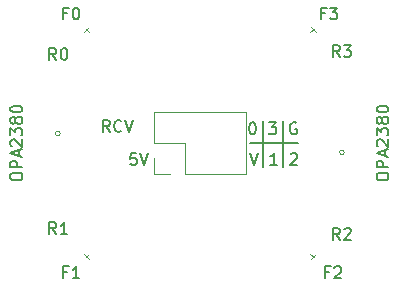
<source format=gbr>
%TF.GenerationSoftware,KiCad,Pcbnew,(6.0.7)*%
%TF.CreationDate,2022-10-08T17:42:11+02:00*%
%TF.ProjectId,Helios_PCB_receiver,48656c69-6f73-45f5-9043-425f72656365,rev?*%
%TF.SameCoordinates,Original*%
%TF.FileFunction,Legend,Top*%
%TF.FilePolarity,Positive*%
%FSLAX46Y46*%
G04 Gerber Fmt 4.6, Leading zero omitted, Abs format (unit mm)*
G04 Created by KiCad (PCBNEW (6.0.7)) date 2022-10-08 17:42:11*
%MOMM*%
%LPD*%
G01*
G04 APERTURE LIST*
%ADD10C,0.150000*%
%ADD11C,0.120000*%
G04 APERTURE END LIST*
D10*
X170300000Y-98100000D02*
X170300000Y-102000000D01*
X169200000Y-100000000D02*
X173300000Y-100000000D01*
X172000000Y-98100000D02*
X172000000Y-102000000D01*
X169252380Y-100852380D02*
X169585714Y-101852380D01*
X169919047Y-100852380D01*
X171538095Y-101852380D02*
X170966666Y-101852380D01*
X171252380Y-101852380D02*
X171252380Y-100852380D01*
X171157142Y-100995238D01*
X171061904Y-101090476D01*
X170966666Y-101138095D01*
X172680952Y-100947619D02*
X172728571Y-100900000D01*
X172823809Y-100852380D01*
X173061904Y-100852380D01*
X173157142Y-100900000D01*
X173204761Y-100947619D01*
X173252380Y-101042857D01*
X173252380Y-101138095D01*
X173204761Y-101280952D01*
X172633333Y-101852380D01*
X173252380Y-101852380D01*
X157354880Y-99052380D02*
X157021547Y-98576190D01*
X156783452Y-99052380D02*
X156783452Y-98052380D01*
X157164404Y-98052380D01*
X157259642Y-98100000D01*
X157307261Y-98147619D01*
X157354880Y-98242857D01*
X157354880Y-98385714D01*
X157307261Y-98480952D01*
X157259642Y-98528571D01*
X157164404Y-98576190D01*
X156783452Y-98576190D01*
X158354880Y-98957142D02*
X158307261Y-99004761D01*
X158164404Y-99052380D01*
X158069166Y-99052380D01*
X157926309Y-99004761D01*
X157831071Y-98909523D01*
X157783452Y-98814285D01*
X157735833Y-98623809D01*
X157735833Y-98480952D01*
X157783452Y-98290476D01*
X157831071Y-98195238D01*
X157926309Y-98100000D01*
X158069166Y-98052380D01*
X158164404Y-98052380D01*
X158307261Y-98100000D01*
X158354880Y-98147619D01*
X158640595Y-98052380D02*
X158973928Y-99052380D01*
X159307261Y-98052380D01*
X169414285Y-98252380D02*
X169509523Y-98252380D01*
X169604761Y-98300000D01*
X169652380Y-98347619D01*
X169700000Y-98442857D01*
X169747619Y-98633333D01*
X169747619Y-98871428D01*
X169700000Y-99061904D01*
X169652380Y-99157142D01*
X169604761Y-99204761D01*
X169509523Y-99252380D01*
X169414285Y-99252380D01*
X169319047Y-99204761D01*
X169271428Y-99157142D01*
X169223809Y-99061904D01*
X169176190Y-98871428D01*
X169176190Y-98633333D01*
X169223809Y-98442857D01*
X169271428Y-98347619D01*
X169319047Y-98300000D01*
X169414285Y-98252380D01*
X170842857Y-98252380D02*
X171461904Y-98252380D01*
X171128571Y-98633333D01*
X171271428Y-98633333D01*
X171366666Y-98680952D01*
X171414285Y-98728571D01*
X171461904Y-98823809D01*
X171461904Y-99061904D01*
X171414285Y-99157142D01*
X171366666Y-99204761D01*
X171271428Y-99252380D01*
X170985714Y-99252380D01*
X170890476Y-99204761D01*
X170842857Y-99157142D01*
X173176190Y-98300000D02*
X173080952Y-98252380D01*
X172938095Y-98252380D01*
X172795238Y-98300000D01*
X172700000Y-98395238D01*
X172652380Y-98490476D01*
X172604761Y-98680952D01*
X172604761Y-98823809D01*
X172652380Y-99014285D01*
X172700000Y-99109523D01*
X172795238Y-99204761D01*
X172938095Y-99252380D01*
X173033333Y-99252380D01*
X173176190Y-99204761D01*
X173223809Y-99157142D01*
X173223809Y-98823809D01*
X173033333Y-98823809D01*
X159609523Y-100852380D02*
X159133333Y-100852380D01*
X159085714Y-101328571D01*
X159133333Y-101280952D01*
X159228571Y-101233333D01*
X159466666Y-101233333D01*
X159561904Y-101280952D01*
X159609523Y-101328571D01*
X159657142Y-101423809D01*
X159657142Y-101661904D01*
X159609523Y-101757142D01*
X159561904Y-101804761D01*
X159466666Y-101852380D01*
X159228571Y-101852380D01*
X159133333Y-101804761D01*
X159085714Y-101757142D01*
X159942857Y-100852380D02*
X160276190Y-101852380D01*
X160609523Y-100852380D01*
%TO.C,U1*%
X179952380Y-102928571D02*
X179952380Y-102738095D01*
X180000000Y-102642857D01*
X180095238Y-102547619D01*
X180285714Y-102500000D01*
X180619047Y-102500000D01*
X180809523Y-102547619D01*
X180904761Y-102642857D01*
X180952380Y-102738095D01*
X180952380Y-102928571D01*
X180904761Y-103023809D01*
X180809523Y-103119047D01*
X180619047Y-103166666D01*
X180285714Y-103166666D01*
X180095238Y-103119047D01*
X180000000Y-103023809D01*
X179952380Y-102928571D01*
X180952380Y-102071428D02*
X179952380Y-102071428D01*
X179952380Y-101690476D01*
X180000000Y-101595238D01*
X180047619Y-101547619D01*
X180142857Y-101500000D01*
X180285714Y-101500000D01*
X180380952Y-101547619D01*
X180428571Y-101595238D01*
X180476190Y-101690476D01*
X180476190Y-102071428D01*
X180666666Y-101119047D02*
X180666666Y-100642857D01*
X180952380Y-101214285D02*
X179952380Y-100880952D01*
X180952380Y-100547619D01*
X180047619Y-100261904D02*
X180000000Y-100214285D01*
X179952380Y-100119047D01*
X179952380Y-99880952D01*
X180000000Y-99785714D01*
X180047619Y-99738095D01*
X180142857Y-99690476D01*
X180238095Y-99690476D01*
X180380952Y-99738095D01*
X180952380Y-100309523D01*
X180952380Y-99690476D01*
X179952380Y-99357142D02*
X179952380Y-98738095D01*
X180333333Y-99071428D01*
X180333333Y-98928571D01*
X180380952Y-98833333D01*
X180428571Y-98785714D01*
X180523809Y-98738095D01*
X180761904Y-98738095D01*
X180857142Y-98785714D01*
X180904761Y-98833333D01*
X180952380Y-98928571D01*
X180952380Y-99214285D01*
X180904761Y-99309523D01*
X180857142Y-99357142D01*
X180380952Y-98166666D02*
X180333333Y-98261904D01*
X180285714Y-98309523D01*
X180190476Y-98357142D01*
X180142857Y-98357142D01*
X180047619Y-98309523D01*
X180000000Y-98261904D01*
X179952380Y-98166666D01*
X179952380Y-97976190D01*
X180000000Y-97880952D01*
X180047619Y-97833333D01*
X180142857Y-97785714D01*
X180190476Y-97785714D01*
X180285714Y-97833333D01*
X180333333Y-97880952D01*
X180380952Y-97976190D01*
X180380952Y-98166666D01*
X180428571Y-98261904D01*
X180476190Y-98309523D01*
X180571428Y-98357142D01*
X180761904Y-98357142D01*
X180857142Y-98309523D01*
X180904761Y-98261904D01*
X180952380Y-98166666D01*
X180952380Y-97976190D01*
X180904761Y-97880952D01*
X180857142Y-97833333D01*
X180761904Y-97785714D01*
X180571428Y-97785714D01*
X180476190Y-97833333D01*
X180428571Y-97880952D01*
X180380952Y-97976190D01*
X179952380Y-97166666D02*
X179952380Y-97071428D01*
X180000000Y-96976190D01*
X180047619Y-96928571D01*
X180142857Y-96880952D01*
X180333333Y-96833333D01*
X180571428Y-96833333D01*
X180761904Y-96880952D01*
X180857142Y-96928571D01*
X180904761Y-96976190D01*
X180952380Y-97071428D01*
X180952380Y-97166666D01*
X180904761Y-97261904D01*
X180857142Y-97309523D01*
X180761904Y-97357142D01*
X180571428Y-97404761D01*
X180333333Y-97404761D01*
X180142857Y-97357142D01*
X180047619Y-97309523D01*
X180000000Y-97261904D01*
X179952380Y-97166666D01*
%TO.C,R0*%
X152833333Y-92952380D02*
X152500000Y-92476190D01*
X152261904Y-92952380D02*
X152261904Y-91952380D01*
X152642857Y-91952380D01*
X152738095Y-92000000D01*
X152785714Y-92047619D01*
X152833333Y-92142857D01*
X152833333Y-92285714D01*
X152785714Y-92380952D01*
X152738095Y-92428571D01*
X152642857Y-92476190D01*
X152261904Y-92476190D01*
X153452380Y-91952380D02*
X153547619Y-91952380D01*
X153642857Y-92000000D01*
X153690476Y-92047619D01*
X153738095Y-92142857D01*
X153785714Y-92333333D01*
X153785714Y-92571428D01*
X153738095Y-92761904D01*
X153690476Y-92857142D01*
X153642857Y-92904761D01*
X153547619Y-92952380D01*
X153452380Y-92952380D01*
X153357142Y-92904761D01*
X153309523Y-92857142D01*
X153261904Y-92761904D01*
X153214285Y-92571428D01*
X153214285Y-92333333D01*
X153261904Y-92142857D01*
X153309523Y-92047619D01*
X153357142Y-92000000D01*
X153452380Y-91952380D01*
%TO.C,F2*%
X175916666Y-110928571D02*
X175583333Y-110928571D01*
X175583333Y-111452380D02*
X175583333Y-110452380D01*
X176059523Y-110452380D01*
X176392857Y-110547619D02*
X176440476Y-110500000D01*
X176535714Y-110452380D01*
X176773809Y-110452380D01*
X176869047Y-110500000D01*
X176916666Y-110547619D01*
X176964285Y-110642857D01*
X176964285Y-110738095D01*
X176916666Y-110880952D01*
X176345238Y-111452380D01*
X176964285Y-111452380D01*
%TO.C,F0*%
X153752452Y-89014357D02*
X153419119Y-89014357D01*
X153419119Y-89538166D02*
X153419119Y-88538166D01*
X153895309Y-88538166D01*
X154466738Y-88538166D02*
X154561976Y-88538166D01*
X154657214Y-88585786D01*
X154704833Y-88633405D01*
X154752452Y-88728643D01*
X154800071Y-88919119D01*
X154800071Y-89157214D01*
X154752452Y-89347690D01*
X154704833Y-89442928D01*
X154657214Y-89490547D01*
X154561976Y-89538166D01*
X154466738Y-89538166D01*
X154371500Y-89490547D01*
X154323881Y-89442928D01*
X154276262Y-89347690D01*
X154228643Y-89157214D01*
X154228643Y-88919119D01*
X154276262Y-88728643D01*
X154323881Y-88633405D01*
X154371500Y-88585786D01*
X154466738Y-88538166D01*
%TO.C,R3*%
X176833333Y-92702380D02*
X176500000Y-92226190D01*
X176261904Y-92702380D02*
X176261904Y-91702380D01*
X176642857Y-91702380D01*
X176738095Y-91750000D01*
X176785714Y-91797619D01*
X176833333Y-91892857D01*
X176833333Y-92035714D01*
X176785714Y-92130952D01*
X176738095Y-92178571D01*
X176642857Y-92226190D01*
X176261904Y-92226190D01*
X177166666Y-91702380D02*
X177785714Y-91702380D01*
X177452380Y-92083333D01*
X177595238Y-92083333D01*
X177690476Y-92130952D01*
X177738095Y-92178571D01*
X177785714Y-92273809D01*
X177785714Y-92511904D01*
X177738095Y-92607142D01*
X177690476Y-92654761D01*
X177595238Y-92702380D01*
X177309523Y-92702380D01*
X177214285Y-92654761D01*
X177166666Y-92607142D01*
%TO.C,U0*%
X148952380Y-102928571D02*
X148952380Y-102738095D01*
X149000000Y-102642857D01*
X149095238Y-102547619D01*
X149285714Y-102500000D01*
X149619047Y-102500000D01*
X149809523Y-102547619D01*
X149904761Y-102642857D01*
X149952380Y-102738095D01*
X149952380Y-102928571D01*
X149904761Y-103023809D01*
X149809523Y-103119047D01*
X149619047Y-103166666D01*
X149285714Y-103166666D01*
X149095238Y-103119047D01*
X149000000Y-103023809D01*
X148952380Y-102928571D01*
X149952380Y-102071428D02*
X148952380Y-102071428D01*
X148952380Y-101690476D01*
X149000000Y-101595238D01*
X149047619Y-101547619D01*
X149142857Y-101500000D01*
X149285714Y-101500000D01*
X149380952Y-101547619D01*
X149428571Y-101595238D01*
X149476190Y-101690476D01*
X149476190Y-102071428D01*
X149666666Y-101119047D02*
X149666666Y-100642857D01*
X149952380Y-101214285D02*
X148952380Y-100880952D01*
X149952380Y-100547619D01*
X149047619Y-100261904D02*
X149000000Y-100214285D01*
X148952380Y-100119047D01*
X148952380Y-99880952D01*
X149000000Y-99785714D01*
X149047619Y-99738095D01*
X149142857Y-99690476D01*
X149238095Y-99690476D01*
X149380952Y-99738095D01*
X149952380Y-100309523D01*
X149952380Y-99690476D01*
X148952380Y-99357142D02*
X148952380Y-98738095D01*
X149333333Y-99071428D01*
X149333333Y-98928571D01*
X149380952Y-98833333D01*
X149428571Y-98785714D01*
X149523809Y-98738095D01*
X149761904Y-98738095D01*
X149857142Y-98785714D01*
X149904761Y-98833333D01*
X149952380Y-98928571D01*
X149952380Y-99214285D01*
X149904761Y-99309523D01*
X149857142Y-99357142D01*
X149380952Y-98166666D02*
X149333333Y-98261904D01*
X149285714Y-98309523D01*
X149190476Y-98357142D01*
X149142857Y-98357142D01*
X149047619Y-98309523D01*
X149000000Y-98261904D01*
X148952380Y-98166666D01*
X148952380Y-97976190D01*
X149000000Y-97880952D01*
X149047619Y-97833333D01*
X149142857Y-97785714D01*
X149190476Y-97785714D01*
X149285714Y-97833333D01*
X149333333Y-97880952D01*
X149380952Y-97976190D01*
X149380952Y-98166666D01*
X149428571Y-98261904D01*
X149476190Y-98309523D01*
X149571428Y-98357142D01*
X149761904Y-98357142D01*
X149857142Y-98309523D01*
X149904761Y-98261904D01*
X149952380Y-98166666D01*
X149952380Y-97976190D01*
X149904761Y-97880952D01*
X149857142Y-97833333D01*
X149761904Y-97785714D01*
X149571428Y-97785714D01*
X149476190Y-97833333D01*
X149428571Y-97880952D01*
X149380952Y-97976190D01*
X148952380Y-97166666D02*
X148952380Y-97071428D01*
X149000000Y-96976190D01*
X149047619Y-96928571D01*
X149142857Y-96880952D01*
X149333333Y-96833333D01*
X149571428Y-96833333D01*
X149761904Y-96880952D01*
X149857142Y-96928571D01*
X149904761Y-96976190D01*
X149952380Y-97071428D01*
X149952380Y-97166666D01*
X149904761Y-97261904D01*
X149857142Y-97309523D01*
X149761904Y-97357142D01*
X149571428Y-97404761D01*
X149333333Y-97404761D01*
X149142857Y-97357142D01*
X149047619Y-97309523D01*
X149000000Y-97261904D01*
X148952380Y-97166666D01*
%TO.C,F3*%
X175580880Y-89014357D02*
X175247547Y-89014357D01*
X175247547Y-89538166D02*
X175247547Y-88538166D01*
X175723737Y-88538166D01*
X176009452Y-88538166D02*
X176628499Y-88538166D01*
X176295166Y-88919119D01*
X176438023Y-88919119D01*
X176533261Y-88966738D01*
X176580880Y-89014357D01*
X176628499Y-89109595D01*
X176628499Y-89347690D01*
X176580880Y-89442928D01*
X176533261Y-89490547D01*
X176438023Y-89538166D01*
X176152309Y-89538166D01*
X176057071Y-89490547D01*
X176009452Y-89442928D01*
%TO.C,F1*%
X153752452Y-110928571D02*
X153419119Y-110928571D01*
X153419119Y-111452380D02*
X153419119Y-110452380D01*
X153895309Y-110452380D01*
X154800071Y-111452380D02*
X154228643Y-111452380D01*
X154514357Y-111452380D02*
X154514357Y-110452380D01*
X154419119Y-110595238D01*
X154323881Y-110690476D01*
X154228643Y-110738095D01*
%TO.C,R2*%
X176833333Y-108202380D02*
X176500000Y-107726190D01*
X176261904Y-108202380D02*
X176261904Y-107202380D01*
X176642857Y-107202380D01*
X176738095Y-107250000D01*
X176785714Y-107297619D01*
X176833333Y-107392857D01*
X176833333Y-107535714D01*
X176785714Y-107630952D01*
X176738095Y-107678571D01*
X176642857Y-107726190D01*
X176261904Y-107726190D01*
X177214285Y-107297619D02*
X177261904Y-107250000D01*
X177357142Y-107202380D01*
X177595238Y-107202380D01*
X177690476Y-107250000D01*
X177738095Y-107297619D01*
X177785714Y-107392857D01*
X177785714Y-107488095D01*
X177738095Y-107630952D01*
X177166666Y-108202380D01*
X177785714Y-108202380D01*
%TO.C,R1*%
X152833333Y-107702380D02*
X152500000Y-107226190D01*
X152261904Y-107702380D02*
X152261904Y-106702380D01*
X152642857Y-106702380D01*
X152738095Y-106750000D01*
X152785714Y-106797619D01*
X152833333Y-106892857D01*
X152833333Y-107035714D01*
X152785714Y-107130952D01*
X152738095Y-107178571D01*
X152642857Y-107226190D01*
X152261904Y-107226190D01*
X153785714Y-107702380D02*
X153214285Y-107702380D01*
X153500000Y-107702380D02*
X153500000Y-106702380D01*
X153404761Y-106845238D01*
X153309523Y-106940476D01*
X153214285Y-106988095D01*
D11*
%TO.C,U1*%
X177225000Y-100800000D02*
G75*
G03*
X177225000Y-100800000I-200000J0D01*
G01*
%TO.C,F2*%
X174853553Y-109429289D02*
X174429289Y-109853553D01*
X174641421Y-109641421D02*
X174358579Y-109358579D01*
%TO.C,F0*%
X155146447Y-90570711D02*
X155570711Y-90146447D01*
X155358579Y-90358579D02*
X155641421Y-90641421D01*
%TO.C,U0*%
X153175000Y-99200000D02*
G75*
G03*
X153175000Y-99200000I-200000J0D01*
G01*
%TO.C,F3*%
X174641421Y-90358579D02*
X174358579Y-90641421D01*
X174429289Y-90146447D02*
X174853553Y-90570711D01*
%TO.C,F1*%
X155358579Y-109641421D02*
X155641421Y-109358579D01*
X155570711Y-109853553D02*
X155146447Y-109429289D01*
%TO.C,J0*%
X168885000Y-102605000D02*
X168885000Y-97405000D01*
X163745000Y-102605000D02*
X163745000Y-100005000D01*
X162475000Y-102605000D02*
X161145000Y-102605000D01*
X161145000Y-102605000D02*
X161145000Y-101275000D01*
X163745000Y-102605000D02*
X168885000Y-102605000D01*
X161145000Y-97405000D02*
X168885000Y-97405000D01*
X163745000Y-100005000D02*
X161145000Y-100005000D01*
X161145000Y-100005000D02*
X161145000Y-97405000D01*
%TD*%
M02*

</source>
